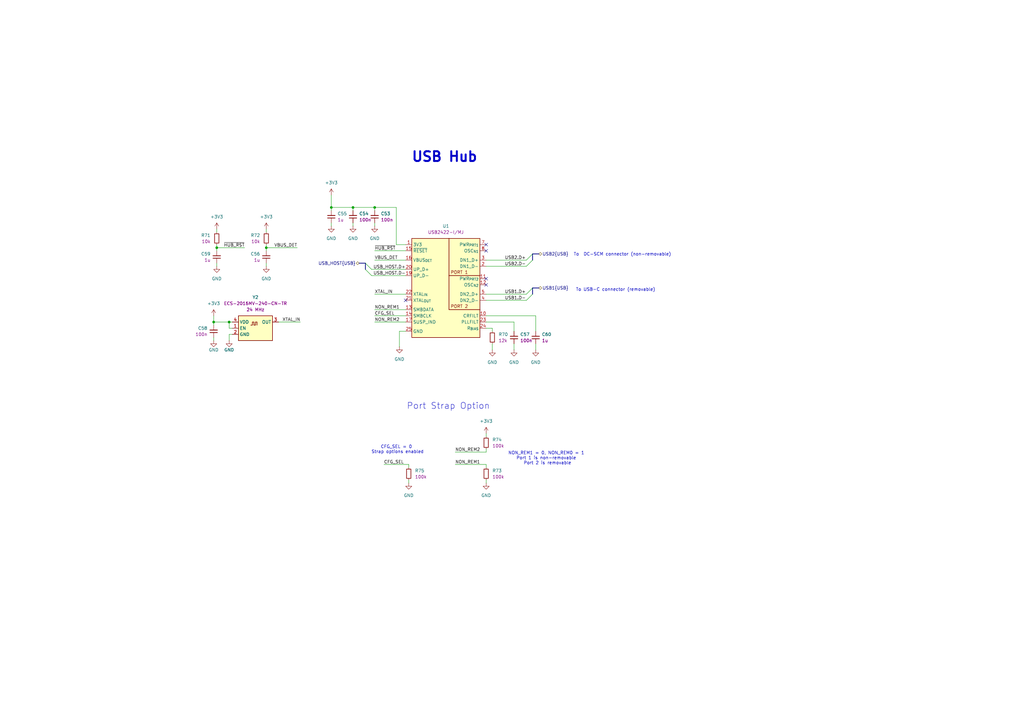
<source format=kicad_sch>
(kicad_sch (version 20250114) (generator "eeschema") (generator_version "9.0")
  (paper "A3")
  (title_block (title "BMC Reference Carrier Board") (date "2025-08-14") (rev "1.0.0"))
  (lib_symbols
    (symbol "Capacitors0402:C_100n_0402" (pin_numbers (hide yes)) (pin_names (hide yes))
      (property "Reference" "C" (at 20.32 -5.08 0))
      (property "Val" "100n" (at 20.32 -7.62 0))
      (symbol "C_100n_0402_0_1"
        (polyline (pts (xy 2.032 -1.524) (xy 2.032 1.524)) (stroke (width 0.3048)))
        (polyline (pts (xy 3.048 -1.524) (xy 3.048 1.524)) (stroke (width 0.3302)))
      )
      (symbol "C_100n_0402_1_1"
        (pin passive line (at 0 0 0) (length 2.032) (name "~") (number "1"))
        (pin passive line (at 5.08 0 180) (length 2.032) (name "~") (number "2"))
      )
    )
    (symbol "Capacitors0402:C_1u_16V_0402" (pin_numbers (hide yes)) (pin_names (hide yes))
      (property "Reference" "C" (at 20.32 -5.08 0))
      (property "Val" "1u" (at 20.32 -7.62 0))
      (symbol "C_1u_16V_0402_0_1"
        (polyline (pts (xy 2.032 -1.524) (xy 2.032 1.524)) (stroke (width 0.3048)))
        (polyline (pts (xy 3.048 -1.524) (xy 3.048 1.524)) (stroke (width 0.3302)))
      )
      (symbol "C_1u_16V_0402_1_1"
        (pin passive line (at 0 0 0) (length 2.032) (name "~") (number "1"))
        (pin passive line (at 5.08 0 180) (length 2.032) (name "~") (number "2"))
      )
    )
    (symbol "InterfaceControllers:USB2422-I_MJ"
      (property "Reference" "U" (at 48.26 -2.54 0))
      (property "MPN" "USB2422-I/MJ" (at 48.26 -17.78 0))
      (symbol "USB2422-I_MJ_1_1"
        (rectangle (start 2.54 2.54) (end 30.48 -38.1) (stroke (width 0.254)) (fill (type background)))
        (polyline (pts (xy 17.78 -12.7) (xy 17.78 -26.67) (xy 30.48 -26.67)) (stroke (width 0.254)) (fill (type background)))
        (polyline (pts (xy 30.48 -12.7) (xy 17.78 -12.7) (xy 17.78 2.54)) (stroke (width 0.254)) (fill (type background)))
        (text "PORT 1" (at 18.415 -12.065 0) (effects (font (size 1.27 1.27)) (justify left bottom)))
        (text "PORT 2" (at 18.415 -26.035 0) (effects (font (size 1.27 1.27)) (justify left bottom)))
        (pin power_in line (at 0 0 0) (length 2.54) (name "3V3") (number "1"))
        (pin passive line (at 0 0 0) (length 2.54) (hide yes) (name "3V3") (number "18"))
        (pin passive line (at 0 0 0) (length 2.54) (hide yes) (name "3V3") (number "9"))
        (pin input line (at 0 -2.54 0) (length 2.54) (name "~{RESET}") (number "15"))
        (pin input line (at 0 -6.35 0) (length 2.54) (name "VBUS_{DET}") (number "16"))
        (pin bidirectional line (at 0 -10.16 0) (length 2.54) (name "UP_D+") (number "20"))
        (pin bidirectional line (at 0 -12.7 0) (length 2.54) (name "UP_D-") (number "19"))
        (pin no_connect line (at 0 -16.51 0) (length 2.54) (hide yes) (name "NC") (number "6"))
        (pin input line (at 0 -20.32 0) (length 2.54) (name "XTAL_{IN}") (number "22"))
        (pin input line (at 0 -22.86 0) (length 2.54) (name "XTAL_{OUT}") (number "21"))
        (pin input line (at 0 -26.67 0) (length 2.54) (name "SMBDATA") (number "13"))
        (pin input line (at 0 -29.21 0) (length 2.54) (name "SMBCLK") (number "14"))
        (pin input line (at 0 -31.75 0) (length 2.54) (name "SUSP_IND") (number "17"))
        (pin power_in line (at 0 -35.56 0) (length 2.54) (name "GND") (number "25"))
        (pin output line (at 33.02 0 180) (length 2.54) (name "PWR_{PRT1}") (number "7"))
        (pin input line (at 33.02 -2.54 180) (length 2.54) (name "OSC_{N1}") (number "8"))
        (pin bidirectional line (at 33.02 -6.35 180) (length 2.54) (name "DN1_D+") (number "3"))
        (pin bidirectional line (at 33.02 -8.89 180) (length 2.54) (name "DN1_D-") (number "2"))
        (pin output line (at 33.02 -13.97 180) (length 2.54) (name "PWR_{PRT2}") (number "11"))
        (pin input line (at 33.02 -16.51 180) (length 2.54) (name "OSC_{N2}") (number "12"))
        (pin bidirectional line (at 33.02 -20.32 180) (length 2.54) (name "DN2_D+") (number "5"))
        (pin bidirectional line (at 33.02 -22.86 180) (length 2.54) (name "DN2_D-") (number "4"))
        (pin passive line (at 33.02 -29.21 180) (length 2.54) (name "CRFILT") (number "10"))
        (pin passive line (at 33.02 -31.75 180) (length 2.54) (name "PLLFILT") (number "23"))
        (pin passive line (at 33.02 -34.29 180) (length 2.54) (name "R_{BIAS}") (number "24"))
      )
    )
    (symbol "Oscillators:Oscillator_24MHz_ESC_2016MV"
      (property "Reference" "Y" (at 17.78 -5.08 0))
      (property "MPN" "ECS-2016MV-240-CN-TR" (at 17.78 -7.62 0))
      (property "Val" "24 MHz" (at 17.78 -12.7 0))
      (symbol "Oscillator_24MHz_ESC_2016MV_1_1"
        (rectangle (start 2.54 2.54) (end 16.51 -7.62) (stroke (width 0.254)) (fill (type background)))
        (polyline (pts (xy 7.62 -1.27) (xy 8.255 -1.27) (xy 8.255 0) (xy 8.89 0) (xy 8.89 -1.27) (xy 9.525 -1.27) (xy 9.525 0) (xy 10.16 0) (xy 10.16 -1.27)) (stroke (width 0.254)) (fill (type background)))
        (pin power_in line (at 0 0 0) (length 2.54) (name "VDD") (number "4"))
        (pin input line (at 0 -2.54 0) (length 2.54) (name "EN") (number "1"))
        (pin power_in line (at 0 -5.08 0) (length 2.54) (name "GND") (number "2"))
        (pin output line (at 19.05 0 180) (length 2.54) (name "OUT") (number "3"))
      )
    )
    (symbol "Resistors0402:R_100k_0402" (pin_numbers (hide yes)) (pin_names (hide yes))
      (property "Reference" "R" (at 20.32 -5.08 0))
      (property "Val" "100k" (at 20.32 -7.62 0))
      (symbol "R_100k_0402_0_1"
        (rectangle (start 0.635 0.889) (end 4.445 -0.889) (stroke (width 0.254)))
      )
      (symbol "R_100k_0402_1_1"
        (pin passive line (at 0 0 0) (length 0.635) (name "~") (number "1"))
        (pin passive line (at 5.08 0 180) (length 0.635) (name "~") (number "2"))
      )
    )
    (symbol "Resistors0402:R_10k_0402" (pin_numbers (hide yes)) (pin_names (hide yes))
      (property "Reference" "R" (at 20.32 -5.08 0))
      (property "Val" "10k" (at 20.32 -7.62 0))
      (symbol "R_10k_0402_0_1"
        (rectangle (start 0.635 0.889) (end 4.445 -0.889) (stroke (width 0.254)))
      )
      (symbol "R_10k_0402_1_1"
        (pin passive line (at 0 0 0) (length 0.635) (name "~") (number "1"))
        (pin passive line (at 5.08 0 180) (length 0.635) (name "~") (number "2"))
      )
    )
    (symbol "Resistors0402:R_12k_0402" (pin_numbers (hide yes)) (pin_names (hide yes))
      (property "Reference" "R" (at 20.32 -5.08 0))
      (property "Val" "12k" (at 20.32 -7.62 0))
      (symbol "R_12k_0402_0_1"
        (rectangle (start 0.635 0.889) (end 4.445 -0.889) (stroke (width 0.254)))
      )
      (symbol "R_12k_0402_1_1"
        (pin passive line (at 0 0 0) (length 0.635) (name "~") (number "1"))
        (pin passive line (at 5.08 0 180) (length 0.635) (name "~") (number "2"))
      )
    )
    (symbol "antmicropower:+3V3" (power) (pin_numbers (hide yes)) (pin_names (hide yes))
      (property "Value" "+3V3" (at -3.175 2.54 0))
      (symbol "+3V3_0_1"
        (polyline (pts (xy 0 2.54) (xy -0.762 1.27)))
        (polyline (pts (xy 0 2.54) (xy 0.762 1.27)))
        (polyline (pts (xy 0 0) (xy 0 2.54)))
      )
      (symbol "+3V3_1_1"
        (pin power_in line (at 0 0 90) (length 0) (hide yes) (name "+3V3") (number "1"))
      )
    )
    (symbol "antmicropower:GND" (power) (pin_numbers (hide yes)) (pin_names (hide yes))
      (property "Value" "GND" (at 8.89 -5.08 0))
      (symbol "GND_1_1"
        (polyline (pts (xy 0 0) (xy 0 -1.27) (xy 1.27 -1.27) (xy 0 -2.54) (xy -1.27 -1.27) (xy 0 -1.27)))
        (pin power_in line (at 0 0 270) (length 0) (name "GND") (number "1"))
      )
    )
    (symbol "power:+3V3" (power) (pin_numbers (hide yes)) (pin_names (hide yes))
      (property "Value" "+3V3" (at -3.175 2.54 0))
      (symbol "+3V3_0_1"
        (polyline (pts (xy 0 2.54) (xy -0.762 1.27)))
        (polyline (pts (xy 0 2.54) (xy 0.762 1.27)))
        (polyline (pts (xy 0 0) (xy 0 2.54)))
      )
      (symbol "+3V3_1_1"
        (pin power_in line (at 0 0 90) (length 0) (hide yes) (name "+3V3") (number "1"))
      )
    )
    (symbol "power:GND" (power) (pin_numbers (hide yes)) (pin_names (hide yes))
      (property "Value" "GND" (at 8.89 -5.08 0))
      (symbol "GND_1_1"
        (polyline (pts (xy 0 0) (xy 0 -1.27) (xy 1.27 -1.27) (xy 0 -2.54) (xy -1.27 -1.27) (xy 0 -1.27)))
        (pin power_in line (at 0 0 270) (length 0) (name "GND") (number "1"))
      )
    )
  )
  (text "USB Hub" (at 196.088 66.802 0) (effects (font (size 4 4) (thickness 0.8) (bold yes)) (justify right bottom)))
  (text "NON_REM1 = 0, NON_REM0 = 1 \nPort 1 is non-removable \nPort 2 is removable" (at 224.536 187.96 0) (effects (font (size 1.27 1.27))))
  (text "CFG_SEL = 0 \nStrap options enabled" (at 163.068 184.404 0) (effects (font (size 1.27 1.27))))
  (text "To USB-C connector (removable)" (at 252.476 118.872 0) (effects (font (size 1.27 1.27))))
  (text "Port Strap Option" (at 183.896 166.624 0) (effects (font (size 2.54 2.54))))
  (text "To  DC-SCM connector (non-removable)" (at 255.27 104.394 0) (effects (font (size 1.27 1.27))))
  (junction (at 93.98 132.08))
  (junction (at 144.78 85.09))
  (junction (at 87.63 132.08))
  (junction (at 109.22 101.6))
  (junction (at 135.89 85.09))
  (junction (at 153.67 85.09))
  (junction (at 88.9 101.6))
  (no_connect (at 199.39 114.3))
  (no_connect (at 199.39 100.33))
  (no_connect (at 199.39 116.84))
  (no_connect (at 199.39 102.87))
  (no_connect (at 166.37 123.19))
  (bus_entry (at 149.86 107.95) (size 2.54 2.54))
  (bus_entry (at 218.44 118.11) (size -2.54 2.54))
  (bus_entry (at 149.86 110.49) (size 2.54 2.54))
  (bus_entry (at 218.44 120.65) (size -2.54 2.54))
  (bus_entry (at 218.44 106.68) (size -2.54 2.54))
  (bus_entry (at 218.44 104.14) (size -2.54 2.54))
  (wire (pts (xy 152.4 110.49) (xy 166.37 110.49)))
  (wire (pts (xy 199.39 106.68) (xy 215.9 106.68)))
  (bus (pts (xy 218.44 104.14) (xy 218.44 106.68)))
  (wire (pts (xy 109.22 107.95) (xy 109.22 109.22)))
  (wire (pts (xy 95.25 137.16) (xy 93.98 137.16)))
  (wire (pts (xy 153.67 106.68) (xy 166.37 106.68)))
  (wire (pts (xy 219.71 129.54) (xy 219.71 135.89)))
  (wire (pts (xy 109.22 100.33) (xy 109.22 101.6)))
  (wire (pts (xy 153.67 91.44) (xy 153.67 92.71)))
  (wire (pts (xy 167.64 191.77) (xy 167.64 190.5)))
  (wire (pts (xy 199.39 184.15) (xy 199.39 185.42)))
  (bus (pts (xy 220.98 104.14) (xy 218.44 104.14)))
  (wire (pts (xy 93.98 134.62) (xy 93.98 132.08)))
  (wire (pts (xy 201.93 134.62) (xy 201.93 135.89)))
  (wire (pts (xy 87.63 138.43) (xy 87.63 139.7)))
  (wire (pts (xy 121.92 101.6) (xy 109.22 101.6)))
  (wire (pts (xy 153.67 102.87) (xy 166.37 102.87)))
  (wire (pts (xy 210.82 132.08) (xy 210.82 135.89)))
  (wire (pts (xy 219.71 140.97) (xy 219.71 143.51)))
  (wire (pts (xy 87.63 129.54) (xy 87.63 132.08)))
  (wire (pts (xy 88.9 101.6) (xy 100.33 101.6)))
  (wire (pts (xy 153.67 85.09) (xy 162.56 85.09)))
  (wire (pts (xy 199.39 134.62) (xy 201.93 134.62)))
  (wire (pts (xy 135.89 85.09) (xy 144.78 85.09)))
  (wire (pts (xy 162.56 100.33) (xy 166.37 100.33)))
  (wire (pts (xy 186.69 190.5) (xy 199.39 190.5)))
  (wire (pts (xy 87.63 132.08) (xy 93.98 132.08)))
  (wire (pts (xy 87.63 133.35) (xy 87.63 132.08)))
  (wire (pts (xy 93.98 137.16) (xy 93.98 139.7)))
  (wire (pts (xy 114.3 132.08) (xy 123.19 132.08)))
  (wire (pts (xy 153.67 120.65) (xy 166.37 120.65)))
  (wire (pts (xy 109.22 101.6) (xy 109.22 102.87)))
  (wire (pts (xy 88.9 100.33) (xy 88.9 101.6)))
  (wire (pts (xy 93.98 132.08) (xy 95.25 132.08)))
  (wire (pts (xy 199.39 177.8) (xy 199.39 179.07)))
  (wire (pts (xy 199.39 129.54) (xy 219.71 129.54)))
  (bus (pts (xy 149.86 107.95) (xy 149.86 110.49)))
  (wire (pts (xy 144.78 91.44) (xy 144.78 92.71)))
  (wire (pts (xy 199.39 196.85) (xy 199.39 198.12)))
  (bus (pts (xy 218.44 118.11) (xy 218.44 120.65)))
  (wire (pts (xy 152.4 113.03) (xy 166.37 113.03)))
  (wire (pts (xy 210.82 140.97) (xy 210.82 143.51)))
  (wire (pts (xy 88.9 107.95) (xy 88.9 109.22)))
  (wire (pts (xy 88.9 101.6) (xy 88.9 102.87)))
  (wire (pts (xy 163.83 135.89) (xy 163.83 142.24)))
  (wire (pts (xy 199.39 109.22) (xy 215.9 109.22)))
  (wire (pts (xy 199.39 123.19) (xy 215.9 123.19)))
  (wire (pts (xy 201.93 140.97) (xy 201.93 143.51)))
  (wire (pts (xy 135.89 85.09) (xy 135.89 86.36)))
  (wire (pts (xy 153.67 132.08) (xy 166.37 132.08)))
  (wire (pts (xy 153.67 127) (xy 166.37 127)))
  (wire (pts (xy 95.25 134.62) (xy 93.98 134.62)))
  (wire (pts (xy 186.69 185.42) (xy 199.39 185.42)))
  (wire (pts (xy 144.78 85.09) (xy 153.67 85.09)))
  (wire (pts (xy 153.67 129.54) (xy 166.37 129.54)))
  (wire (pts (xy 135.89 80.01) (xy 135.89 85.09)))
  (wire (pts (xy 199.39 132.08) (xy 210.82 132.08)))
  (wire (pts (xy 199.39 191.77) (xy 199.39 190.5)))
  (wire (pts (xy 199.39 120.65) (xy 215.9 120.65)))
  (wire (pts (xy 135.89 91.44) (xy 135.89 92.71)))
  (wire (pts (xy 109.22 93.98) (xy 109.22 95.25)))
  (wire (pts (xy 144.78 85.09) (xy 144.78 86.36)))
  (bus (pts (xy 147.32 107.95) (xy 149.86 107.95)))
  (wire (pts (xy 153.67 85.09) (xy 153.67 86.36)))
  (wire (pts (xy 163.83 135.89) (xy 166.37 135.89)))
  (bus (pts (xy 220.98 118.11) (xy 218.44 118.11)))
  (wire (pts (xy 162.56 85.09) (xy 162.56 100.33)))
  (wire (pts (xy 157.48 190.5) (xy 167.64 190.5)))
  (wire (pts (xy 167.64 196.85) (xy 167.64 198.12)))
  (wire (pts (xy 88.9 93.98) (xy 88.9 95.25)))
  (label "NON_REM1" (at 186.69 190.5 0))
  (label "USB_HOST.D+" (at 166.37 110.49 180))
  (label "NON_REM2" (at 153.67 132.08 0))
  (label "XTAL_IN" (at 153.67 120.65 0))
  (label "CFG_SEL" (at 153.67 129.54 0))
  (label "CFG_SEL" (at 157.48 190.5 0))
  (label "~{HUB_RST}" (at 153.67 102.87 0))
  (label "VBUS_DET" (at 121.92 101.6 180))
  (label "USB_HOST.D-" (at 166.37 113.03 180))
  (label "USB1.D-" (at 207.01 123.19 0))
  (label "NON_REM2" (at 186.69 185.42 0))
  (label "USB2.D+" (at 207.01 106.68 0))
  (label "XTAL_IN" (at 123.19 132.08 180))
  (label "USB2.D-" (at 207.01 109.22 0))
  (label "NON_REM1" (at 153.67 127 0))
  (label "~{HUB_RST}" (at 100.33 101.6 180))
  (label "USB1.D+" (at 207.01 120.65 0))
  (label "VBUS_DET" (at 153.67 106.68 0))
  (hierarchical_label "USB2{USB}" (shape bidirectional) (at 220.98 104.14 0))
  (hierarchical_label "USB_HOST{USB}" (shape bidirectional) (at 147.32 107.95 180))
  (hierarchical_label "USB1{USB}" (shape bidirectional) (at 220.98 118.11 0))
  (symbol (lib_id "InterfaceControllers:USB2422-I_MJ") (at 166.37 100.33 0) (unit 1)
    (property "Reference" "U1" (at 182.88 92.71 0))
    (property "Value" "USB2422-I_MJ" (effects (hide yes)))
    (property "Footprint" "antmicro-footprints:QFN-24-1EP_4x4mm_P0.5mm_EP2.6x2.6mm" (effects (hide yes)))
    (property "Datasheet" "https://ww1.microchip.com/downloads/aemDocuments/documents/OTH/ProductDocuments/DataSheets/00001726B.pdf" (effects (hide yes)))
    (property "Description" "USB Interface, USB Hub Controller, USB 2.0, 3 V, 3.6 V, SQFN, 24 Pins" (effects (hide yes)))
    (property "Author" "Antmicro" (effects (hide yes)))
    (property "License" "Apache-2.0" (effects (hide yes)))
    (property "MPN" "USB2422-I/MJ" (at 182.88 95.25 0))
    (property "Manufacturer" "Microchip Technology" (effects (hide yes)))
  )
  (symbol (lib_id "power:GND") (at 144.78 92.71 0) (unit 1)
    (property "Reference" "#PWR095" (effects (hide yes)))
    (property "Value" "GND" (at 144.78 97.79 0))
    (property "Author" "Antmicro" (effects (hide yes)))
    (property "License" "Apache-2.0" (effects (hide yes)))
  )
  (symbol (lib_id "power:GND") (at 167.64 198.12 0) (mirror y) (unit 1)
    (property "Reference" "#PWR0109" (effects (hide yes)))
    (property "Value" "GND" (at 167.64 203.2 0))
    (property "Author" "Antmicro" (effects (hide yes)))
    (property "License" "Apache-2.0" (effects (hide yes)))
  )
  (symbol (lib_id "power:GND") (at 210.82 143.51 0) (unit 1)
    (property "Reference" "#PWR0100" (effects (hide yes)))
    (property "Value" "GND" (at 210.82 148.59 0))
    (property "Author" "Antmicro" (effects (hide yes)))
    (property "License" "Apache-2.0" (effects (hide yes)))
  )
  (symbol (lib_id "Capacitors0402:C_100n_0402") (at 144.78 91.44 270) (mirror x) (unit 1)
    (property "Reference" "C54" (at 147.32 87.6236 90) (effects (justify left)))
    (property "Value" "C_100n_0402" (effects (hide yes)))
    (property "Footprint" "antmicro-footprints:C_0402_1005Metric" (effects (hide yes)))
    (property "Datasheet" "https://www.murata.com/products/productdetail?partno=GRM155R61H104KE14%23" (effects (hide yes)))
    (property "Description" "SMD Multilayer Ceramic Capacitor, 0.1 µF, 50 V, 0402 [1005 Metric], ± 10%, X5R, GRM Series" (effects (hide yes)))
    (property "MPN" "GRM155R61H104KE14D" (effects (hide yes)))
    (property "Manufacturer" "Murata" (effects (hide yes)))
    (property "License" "Apache-2.0" (effects (hide yes)))
    (property "Author" "Antmicro" (effects (hide yes)))
    (property "Val" "100n" (at 147.32 90.1636 90) (effects (justify left)))
    (property "Voltage" "50V" (effects (hide yes)))
    (property "Dielectric" "X5R" (effects (hide yes)))
  )
  (symbol (lib_id "Resistors0402:R_100k_0402") (at 199.39 184.15 90) (unit 1)
    (property "Reference" "R74" (at 201.93 180.34 90) (effects (justify right)))
    (property "Value" "R_100k_0402" (effects (hide yes)))
    (property "Footprint" "antmicro-footprints:R_0402_1005Metric" (effects (hide yes)))
    (property "Datasheet" "https://www.bourns.com/docs/product-datasheets/cr.pdf" (effects (hide yes)))
    (property "Description" "SMD Chip Resistor, 100 kohm, ± 1%, 62.5 mW, 0402 [1005 Metric], Thick Film, General Purpose" (effects (hide yes)))
    (property "MPN" "CR0402-FX-1003GLF" (effects (hide yes)))
    (property "Manufacturer" "Bourns" (effects (hide yes)))
    (property "License" "Apache-2.0" (effects (hide yes)))
    (property "Author" "Antmicro" (effects (hide yes)))
    (property "Val" "100k" (at 201.93 182.88 90) (effects (justify right)))
    (property "Tolerance" "1%" (effects (hide yes)))
  )
  (symbol (lib_id "power:+3V3") (at 135.89 80.01 0) (unit 1)
    (property "Reference" "#PWR094" (effects (hide yes)))
    (property "Value" "+3V3" (at 135.89 74.93 0))
    (property "Author" "Antmicro" (effects (hide yes)))
    (property "License" "Apache-2.0" (effects (hide yes)))
  )
  (symbol (lib_id "power:GND") (at 219.71 143.51 0) (unit 1)
    (property "Reference" "#PWR0105" (effects (hide yes)))
    (property "Value" "GND" (at 219.71 148.59 0))
    (property "Author" "Antmicro" (effects (hide yes)))
    (property "License" "Apache-2.0" (effects (hide yes)))
  )
  (symbol (lib_id "power:GND") (at 163.83 142.24 0) (unit 1)
    (property "Reference" "#PWR097" (effects (hide yes)))
    (property "Value" "GND" (at 163.83 147.32 0))
    (property "Author" "Antmicro" (effects (hide yes)))
    (property "License" "Apache-2.0" (effects (hide yes)))
  )
  (symbol (lib_id "Resistors0402:R_100k_0402") (at 167.64 196.85 90) (unit 1)
    (property "Reference" "R75" (at 170.18 193.04 90) (effects (justify right)))
    (property "Value" "R_100k_0402" (effects (hide yes)))
    (property "Footprint" "antmicro-footprints:R_0402_1005Metric" (effects (hide yes)))
    (property "Datasheet" "https://www.bourns.com/docs/product-datasheets/cr.pdf" (effects (hide yes)))
    (property "Description" "SMD Chip Resistor, 100 kohm, ± 1%, 62.5 mW, 0402 [1005 Metric], Thick Film, General Purpose" (effects (hide yes)))
    (property "MPN" "CR0402-FX-1003GLF" (effects (hide yes)))
    (property "Manufacturer" "Bourns" (effects (hide yes)))
    (property "License" "Apache-2.0" (effects (hide yes)))
    (property "Author" "Antmicro" (effects (hide yes)))
    (property "Val" "100k" (at 170.18 195.58 90) (effects (justify right)))
    (property "Tolerance" "1%" (effects (hide yes)))
  )
  (symbol (lib_id "power:GND") (at 199.39 198.12 0) (unit 1)
    (property "Reference" "#PWR0108" (effects (hide yes)))
    (property "Value" "GND" (at 199.39 203.2 0))
    (property "Author" "Antmicro" (effects (hide yes)))
    (property "License" "Apache-2.0" (effects (hide yes)))
  )
  (symbol (lib_id "power:+3V3") (at 88.9 93.98 0) (unit 1)
    (property "Reference" "#PWR0103" (effects (hide yes)))
    (property "Value" "+3V3" (at 88.9 88.9 0))
    (property "Author" "Antmicro" (effects (hide yes)))
    (property "License" "Apache-2.0" (effects (hide yes)))
  )
  (symbol (lib_id "power:GND") (at 135.89 92.71 0) (unit 1)
    (property "Reference" "#PWR098" (effects (hide yes)))
    (property "Value" "GND" (at 135.89 97.79 0))
    (property "Author" "Antmicro" (effects (hide yes)))
    (property "License" "Apache-2.0" (effects (hide yes)))
  )
  (symbol (lib_id "Oscillators:Oscillator_24MHz_ESC_2016MV") (at 95.25 132.08 0) (unit 1)
    (property "Reference" "Y2" (at 104.775 121.92 0))
    (property "Value" "Oscillator_24MHz_ESC_2016MV" (effects (hide yes)))
    (property "Footprint" "antmicro-footprints:Oscillator_SMD_ECS_2016MV_2x1.6x0.85mm" (effects (hide yes)))
    (property "Datasheet" "https://ecsxtal.com/store/pdf/ECS-2016MV.pdf" (effects (hide yes)))
    (property "Description" "Oscillator, 24 MHz XO (Standard) CMOS 1.6V ~ 3.6V Enable/Disable 4-SMD, No Lead" (effects (hide yes)))
    (property "MPN" "ECS-2016MV-240-CN-TR" (at 104.775 124.46 0))
    (property "Manufacturer" "ECS Inc. International" (effects (hide yes)))
    (property "Val" "24 MHz" (at 104.775 127 0))
    (property "Author" "Antmicro" (effects (hide yes)))
    (property "License" "Apache-2.0" (effects (hide yes)))
  )
  (symbol (lib_id "Capacitors0402:C_1u_16V_0402") (at 109.22 107.95 90) (unit 1)
    (property "Reference" "C56" (at 106.68 104.1336 90) (effects (justify left)))
    (property "Value" "C_1u_16V_0402" (effects (hide yes)))
    (property "Footprint" "antmicro-footprints:C_0402_1005Metric" (effects (hide yes)))
    (property "Datasheet" "https://www.kemet.com/en/us/capacitors/product/C0402C105M4PACTU.html" (effects (hide yes)))
    (property "Description" "SMD Multilayer Ceramic Capacitor, 1 µF, 16 V, 0402 [1005 Metric], ± 20%, X5R, C Series KEMET" (effects (hide yes)))
    (property "MPN" "C0402C105M4PACTU" (effects (hide yes)))
    (property "Manufacturer" "KEMET" (effects (hide yes)))
    (property "License" "Apache-2.0" (effects (hide yes)))
    (property "Author" "Antmicro" (effects (hide yes)))
    (property "Val" "1u" (at 106.68 106.6736 90) (effects (justify left)))
    (property "Voltage" "16V" (effects (hide yes)))
  )
  (symbol (lib_id "antmicropower:GND") (at 93.98 139.7 0) (unit 1)
    (property "Reference" "#PWR0102" (effects (hide yes)))
    (property "Value" "GND" (at 93.98 143.51 0))
    (property "Author" "Antmicro" (effects (hide yes)))
    (property "License" "Apache-2.0" (effects (hide yes)))
  )
  (symbol (lib_id "Resistors0402:R_10k_0402") (at 109.22 95.25 270) (unit 1)
    (property "Reference" "R72" (at 106.68 96.52 90) (effects (justify right)))
    (property "Value" "R_10k_0402" (effects (hide yes)))
    (property "Footprint" "antmicro-footprints:R_0402_1005Metric" (effects (hide yes)))
    (property "Datasheet" "https://www.bourns.com/docs/product-datasheets/cr.pdf" (effects (hide yes)))
    (property "Description" "SMD Chip Resistor, 10 kohm, ± 1%, 62.5 mW, 0402 [1005 Metric], Thick Film, General Purpose" (effects (hide yes)))
    (property "MPN" "CR0402-FX-1002GLF" (effects (hide yes)))
    (property "Manufacturer" "Bourns" (effects (hide yes)))
    (property "License" "Apache-2.0" (effects (hide yes)))
    (property "Author" "Antmicro" (effects (hide yes)))
    (property "Val" "10k" (at 106.68 99.06 90) (effects (justify right)))
    (property "Tolerance" "1%" (effects (hide yes)))
  )
  (symbol (lib_id "Capacitors0402:C_1u_16V_0402") (at 135.89 91.44 270) (mirror x) (unit 1)
    (property "Reference" "C55" (at 138.43 87.6236 90) (effects (justify left)))
    (property "Value" "C_1u_16V_0402" (effects (hide yes)))
    (property "Footprint" "antmicro-footprints:C_0402_1005Metric" (effects (hide yes)))
    (property "Datasheet" "https://www.kemet.com/en/us/capacitors/product/C0402C105M4PACTU.html" (effects (hide yes)))
    (property "Description" "SMD Multilayer Ceramic Capacitor, 1 µF, 16 V, 0402 [1005 Metric], ± 20%, X5R, C Series KEMET" (effects (hide yes)))
    (property "MPN" "C0402C105M4PACTU" (effects (hide yes)))
    (property "Manufacturer" "KEMET" (effects (hide yes)))
    (property "License" "Apache-2.0" (effects (hide yes)))
    (property "Author" "Antmicro" (effects (hide yes)))
    (property "Val" "1u" (at 138.43 90.1636 90) (effects (justify left)))
    (property "Voltage" "16V" (effects (hide yes)))
  )
  (symbol (lib_id "power:+3V3") (at 199.39 177.8 0) (mirror y) (unit 1)
    (property "Reference" "#PWR0107" (effects (hide yes)))
    (property "Value" "+3V3" (at 199.39 172.72 0))
    (property "Author" "Antmicro" (effects (hide yes)))
    (property "License" "Apache-2.0" (effects (hide yes)))
  )
  (symbol (lib_id "Capacitors0402:C_100n_0402") (at 153.67 91.44 270) (mirror x) (unit 1)
    (property "Reference" "C53" (at 156.21 87.6236 90) (effects (justify left)))
    (property "Value" "C_100n_0402" (effects (hide yes)))
    (property "Footprint" "antmicro-footprints:C_0402_1005Metric" (effects (hide yes)))
    (property "Datasheet" "https://www.murata.com/products/productdetail?partno=GRM155R61H104KE14%23" (effects (hide yes)))
    (property "Description" "SMD Multilayer Ceramic Capacitor, 0.1 µF, 50 V, 0402 [1005 Metric], ± 10%, X5R, GRM Series" (effects (hide yes)))
    (property "MPN" "GRM155R61H104KE14D" (effects (hide yes)))
    (property "Manufacturer" "Murata" (effects (hide yes)))
    (property "License" "Apache-2.0" (effects (hide yes)))
    (property "Author" "Antmicro" (effects (hide yes)))
    (property "Val" "100n" (at 156.21 90.1636 90) (effects (justify left)))
    (property "Voltage" "50V" (effects (hide yes)))
    (property "Dielectric" "X5R" (effects (hide yes)))
  )
  (symbol (lib_id "power:GND") (at 109.22 109.22 0) (unit 1)
    (property "Reference" "#PWR0106" (effects (hide yes)))
    (property "Value" "GND" (at 109.22 114.3 0))
    (property "Author" "Antmicro" (effects (hide yes)))
    (property "License" "Apache-2.0" (effects (hide yes)))
  )
  (symbol (lib_id "Resistors0402:R_10k_0402") (at 88.9 95.25 270) (unit 1)
    (property "Reference" "R71" (at 86.36 96.52 90) (effects (justify right)))
    (property "Value" "R_10k_0402" (effects (hide yes)))
    (property "Footprint" "antmicro-footprints:R_0402_1005Metric" (effects (hide yes)))
    (property "Datasheet" "https://www.bourns.com/docs/product-datasheets/cr.pdf" (effects (hide yes)))
    (property "Description" "SMD Chip Resistor, 10 kohm, ± 1%, 62.5 mW, 0402 [1005 Metric], Thick Film, General Purpose" (effects (hide yes)))
    (property "MPN" "CR0402-FX-1002GLF" (effects (hide yes)))
    (property "Manufacturer" "Bourns" (effects (hide yes)))
    (property "License" "Apache-2.0" (effects (hide yes)))
    (property "Author" "Antmicro" (effects (hide yes)))
    (property "Val" "10k" (at 86.36 99.06 90) (effects (justify right)))
    (property "Tolerance" "1%" (effects (hide yes)))
  )
  (symbol (lib_id "Capacitors0402:C_1u_16V_0402") (at 88.9 107.95 90) (unit 1)
    (property "Reference" "C59" (at 86.36 104.1336 90) (effects (justify left)))
    (property "Value" "C_1u_16V_0402" (effects (hide yes)))
    (property "Footprint" "antmicro-footprints:C_0402_1005Metric" (effects (hide yes)))
    (property "Datasheet" "https://www.kemet.com/en/us/capacitors/product/C0402C105M4PACTU.html" (effects (hide yes)))
    (property "Description" "SMD Multilayer Ceramic Capacitor, 1 µF, 16 V, 0402 [1005 Metric], ± 20%, X5R, C Series KEMET" (effects (hide yes)))
    (property "MPN" "C0402C105M4PACTU" (effects (hide yes)))
    (property "Manufacturer" "KEMET" (effects (hide yes)))
    (property "License" "Apache-2.0" (effects (hide yes)))
    (property "Author" "Antmicro" (effects (hide yes)))
    (property "Val" "1u" (at 86.36 106.6736 90) (effects (justify left)))
    (property "Voltage" "16V" (effects (hide yes)))
  )
  (symbol (lib_id "power:+3V3") (at 109.22 93.98 0) (unit 1)
    (property "Reference" "#PWR099" (effects (hide yes)))
    (property "Value" "+3V3" (at 109.22 88.9 0))
    (property "Author" "Antmicro" (effects (hide yes)))
    (property "License" "Apache-2.0" (effects (hide yes)))
  )
  (symbol (lib_id "power:GND") (at 201.93 143.51 0) (unit 1)
    (property "Reference" "#PWR0101" (effects (hide yes)))
    (property "Value" "GND" (at 201.93 148.59 0))
    (property "Author" "Antmicro" (effects (hide yes)))
    (property "License" "Apache-2.0" (effects (hide yes)))
  )
  (symbol (lib_id "antmicropower:GND") (at 87.63 139.7 0) (unit 1)
    (property "Reference" "#PWR0145" (effects (hide yes)))
    (property "Value" "GND" (at 87.63 143.51 0))
    (property "Author" "Antmicro" (effects (hide yes)))
    (property "License" "Apache-2.0" (effects (hide yes)))
  )
  (symbol (lib_id "Resistors0402:R_100k_0402") (at 199.39 196.85 90) (unit 1)
    (property "Reference" "R73" (at 201.93 193.04 90) (effects (justify right)))
    (property "Value" "R_100k_0402" (effects (hide yes)))
    (property "Footprint" "antmicro-footprints:R_0402_1005Metric" (effects (hide yes)))
    (property "Datasheet" "https://www.bourns.com/docs/product-datasheets/cr.pdf" (effects (hide yes)))
    (property "Description" "SMD Chip Resistor, 100 kohm, ± 1%, 62.5 mW, 0402 [1005 Metric], Thick Film, General Purpose" (effects (hide yes)))
    (property "MPN" "CR0402-FX-1003GLF" (effects (hide yes)))
    (property "Manufacturer" "Bourns" (effects (hide yes)))
    (property "License" "Apache-2.0" (effects (hide yes)))
    (property "Author" "Antmicro" (effects (hide yes)))
    (property "Val" "100k" (at 201.93 195.58 90) (effects (justify right)))
    (property "Tolerance" "1%" (effects (hide yes)))
  )
  (symbol (lib_id "power:GND") (at 88.9 109.22 0) (unit 1)
    (property "Reference" "#PWR0104" (effects (hide yes)))
    (property "Value" "GND" (at 88.9 114.3 0))
    (property "Author" "Antmicro" (effects (hide yes)))
    (property "License" "Apache-2.0" (effects (hide yes)))
  )
  (symbol (lib_id "Capacitors0402:C_100n_0402") (at 87.63 138.43 270) (mirror x) (unit 1)
    (property "Reference" "C58" (at 85.09 134.6136 90) (effects (justify right)))
    (property "Value" "C_100n_0402" (effects (hide yes)))
    (property "Footprint" "antmicro-footprints:C_0402_1005Metric" (effects (hide yes)))
    (property "Datasheet" "https://www.murata.com/products/productdetail?partno=GRM155R61H104KE14%23" (effects (hide yes)))
    (property "Description" "SMD Multilayer Ceramic Capacitor, 0.1 µF, 50 V, 0402 [1005 Metric], ± 10%, X5R, GRM Series" (effects (hide yes)))
    (property "MPN" "GRM155R61H104KE14D" (effects (hide yes)))
    (property "Manufacturer" "Murata" (effects (hide yes)))
    (property "License" "Apache-2.0" (effects (hide yes)))
    (property "Author" "Antmicro" (effects (hide yes)))
    (property "Val" "100n" (at 85.09 137.1536 90) (effects (justify right)))
    (property "Voltage" "50V" (effects (hide yes)))
    (property "Dielectric" "X5R" (effects (hide yes)))
  )
  (symbol (lib_id "antmicropower:+3V3") (at 87.63 129.54 0) (unit 1)
    (property "Reference" "#PWR0144" (effects (hide yes)))
    (property "Value" "+3V3" (at 87.63 124.46 0))
    (property "Author" "Antmicro" (effects (hide yes)))
    (property "License" "Apache-2.0" (effects (hide yes)))
  )
  (symbol (lib_id "power:GND") (at 153.67 92.71 0) (unit 1)
    (property "Reference" "#PWR096" (effects (hide yes)))
    (property "Value" "GND" (at 153.67 97.79 0))
    (property "Author" "Antmicro" (effects (hide yes)))
    (property "License" "Apache-2.0" (effects (hide yes)))
  )
  (symbol (lib_id "Capacitors0402:C_1u_16V_0402") (at 219.71 140.97 270) (mirror x) (unit 1)
    (property "Reference" "C60" (at 222.25 137.1536 90) (effects (justify left)))
    (property "Value" "C_1u_16V_0402" (effects (hide yes)))
    (property "Footprint" "antmicro-footprints:C_0402_1005Metric" (effects (hide yes)))
    (property "Datasheet" "https://www.kemet.com/en/us/capacitors/product/C0402C105M4PACTU.html" (effects (hide yes)))
    (property "Description" "SMD Multilayer Ceramic Capacitor, 1 µF, 16 V, 0402 [1005 Metric], ± 20%, X5R, C Series KEMET" (effects (hide yes)))
    (property "MPN" "C0402C105M4PACTU" (effects (hide yes)))
    (property "Manufacturer" "KEMET" (effects (hide yes)))
    (property "License" "Apache-2.0" (effects (hide yes)))
    (property "Author" "Antmicro" (effects (hide yes)))
    (property "Val" "1u" (at 222.25 139.6936 90) (effects (justify left)))
    (property "Voltage" "16V" (effects (hide yes)))
  )
  (symbol (lib_id "Resistors0402:R_12k_0402") (at 201.93 140.97 90) (unit 1)
    (property "Reference" "R70" (at 204.47 137.16 90) (effects (justify right)))
    (property "Value" "R_12k_0402" (effects (hide yes)))
    (property "Footprint" "antmicro-footprints:R_0402_1005Metric" (effects (hide yes)))
    (property "Datasheet" "https://www.bourns.com/docs/product-datasheets/cr.pdf" (effects (hide yes)))
    (property "Description" "SMD Chip Resistor, 12 kohm, ± 1%, 62.5 mW, 0402 [1005 Metric], Thick Film, General Purpose" (effects (hide yes)))
    (property "MPN" "CR0402-FX-1202GLF" (effects (hide yes)))
    (property "Manufacturer" "Bourns" (effects (hide yes)))
    (property "License" "Apache-2.0" (effects (hide yes)))
    (property "Author" "Antmicro" (effects (hide yes)))
    (property "Val" "12k" (at 204.47 139.7 90) (effects (justify right)))
    (property "Tolerance" "1%" (effects (hide yes)))
  )
  (symbol (lib_id "Capacitors0402:C_100n_0402") (at 210.82 140.97 270) (mirror x) (unit 1)
    (property "Reference" "C57" (at 213.36 137.1536 90) (effects (justify left)))
    (property "Value" "C_100n_0402" (effects (hide yes)))
    (property "Footprint" "antmicro-footprints:C_0402_1005Metric" (effects (hide yes)))
    (property "Datasheet" "https://www.murata.com/products/productdetail?partno=GRM155R61H104KE14%23" (effects (hide yes)))
    (property "Description" "SMD Multilayer Ceramic Capacitor, 0.1 µF, 50 V, 0402 [1005 Metric], ± 10%, X5R, GRM Series" (effects (hide yes)))
    (property "MPN" "GRM155R61H104KE14D" (effects (hide yes)))
    (property "Manufacturer" "Murata" (effects (hide yes)))
    (property "License" "Apache-2.0" (effects (hide yes)))
    (property "Author" "Antmicro" (effects (hide yes)))
    (property "Val" "100n" (at 213.36 139.6936 90) (effects (justify left)))
    (property "Voltage" "50V" (effects (hide yes)))
    (property "Dielectric" "X5R" (effects (hide yes)))
  )
)
</source>
